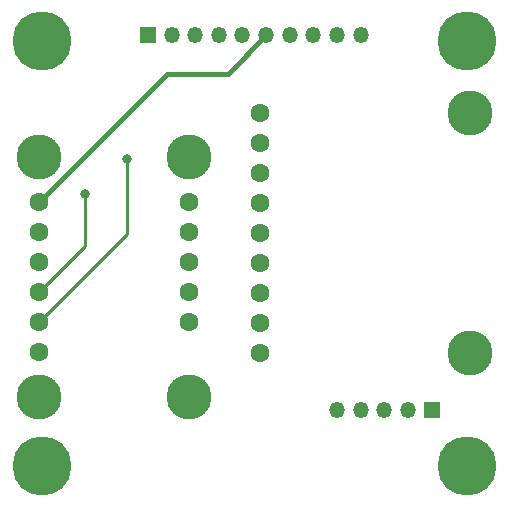
<source format=gbr>
%TF.GenerationSoftware,KiCad,Pcbnew,7.0.10*%
%TF.CreationDate,2024-03-21T17:39:44-04:00*%
%TF.ProjectId,obc-peripherals,6f62632d-7065-4726-9970-686572616c73,rev?*%
%TF.SameCoordinates,Original*%
%TF.FileFunction,Copper,L2,Bot*%
%TF.FilePolarity,Positive*%
%FSLAX46Y46*%
G04 Gerber Fmt 4.6, Leading zero omitted, Abs format (unit mm)*
G04 Created by KiCad (PCBNEW 7.0.10) date 2024-03-21 17:39:44*
%MOMM*%
%LPD*%
G01*
G04 APERTURE LIST*
%TA.AperFunction,ComponentPad*%
%ADD10C,5.000000*%
%TD*%
%TA.AperFunction,ComponentPad*%
%ADD11R,1.350000X1.350000*%
%TD*%
%TA.AperFunction,ComponentPad*%
%ADD12O,1.350000X1.350000*%
%TD*%
%TA.AperFunction,ComponentPad*%
%ADD13C,1.600000*%
%TD*%
%TA.AperFunction,ComponentPad*%
%ADD14C,3.810000*%
%TD*%
%TA.AperFunction,ViaPad*%
%ADD15C,0.800000*%
%TD*%
%TA.AperFunction,Conductor*%
%ADD16C,0.250000*%
%TD*%
%TA.AperFunction,Conductor*%
%ADD17C,0.400000*%
%TD*%
G04 APERTURE END LIST*
D10*
%TO.P,H4,1,1*%
%TO.N,unconnected-(H4-Pad1)*%
X136000000Y-89000000D03*
%TD*%
D11*
%TO.P,J2,1,RESET*%
%TO.N,unconnected-(J2-RESET-Pad1)*%
X109000000Y-52500000D03*
D12*
%TO.P,J2,2,SCL0*%
%TO.N,Net-(J2-SCL0)*%
X111000000Y-52500000D03*
%TO.P,J2,3,SDA1*%
%TO.N,Net-(J2-SDA1)*%
X113000000Y-52500000D03*
%TO.P,J2,4,GND*%
%TO.N,Net-(J2-GND)*%
X115000000Y-52500000D03*
%TO.P,J2,5,5V*%
%TO.N,unconnected-(J2-5V-Pad5)*%
X117000000Y-52500000D03*
%TO.P,J2,6,3V3*%
%TO.N,Net-(J2-3V3)*%
X119000000Y-52500000D03*
%TO.P,J2,7,A0_SCL1_RX1*%
%TO.N,unconnected-(J2-A0_SCL1_RX1-Pad7)*%
X121000000Y-52500000D03*
%TO.P,J2,8,A1_SDA1_TX1*%
%TO.N,unconnected-(J2-A1_SDA1_TX1-Pad8)*%
X123000000Y-52500000D03*
%TO.P,J2,9,A2_RX2*%
%TO.N,unconnected-(J2-A2_RX2-Pad9)*%
X125000000Y-52500000D03*
%TO.P,J2,10,A3_TX2*%
%TO.N,unconnected-(J2-A3_TX2-Pad10)*%
X127000000Y-52500000D03*
%TD*%
D11*
%TO.P,J6,1,CLK*%
%TO.N,Net-(J6-CLK)*%
X133020000Y-84250000D03*
D12*
%TO.P,J6,2,SO*%
%TO.N,Net-(J6-SO)*%
X131020000Y-84250000D03*
%TO.P,J6,3,SI*%
%TO.N,Net-(J6-SI)*%
X129020000Y-84250000D03*
%TO.P,J6,4,CS*%
%TO.N,Net-(J6-CS)*%
X127020000Y-84250000D03*
%TO.P,J6,5,DET*%
%TO.N,Net-(J6-DET)*%
X125020000Y-84250000D03*
%TD*%
D10*
%TO.P,H2,1,1*%
%TO.N,unconnected-(H2-Pad1)*%
X100000000Y-53000000D03*
%TD*%
%TO.P,H1,1,1*%
%TO.N,unconnected-(H1-Pad1)*%
X136000000Y-53000000D03*
%TD*%
%TO.P,H3,1,1*%
%TO.N,unconnected-(H3-Pad1)*%
X100040000Y-88950000D03*
%TD*%
D13*
%TO.P,U3,1,3V*%
%TO.N,Net-(J2-3V3)*%
X118520000Y-59050000D03*
%TO.P,U3,2,GND*%
%TO.N,Net-(J2-GND)*%
X118520000Y-61590000D03*
%TO.P,U3,3,CLK*%
%TO.N,Net-(J6-CLK)*%
X118520000Y-64130000D03*
%TO.P,U3,4,SO/DO*%
%TO.N,Net-(J6-SO)*%
X118520000Y-66670000D03*
%TO.P,U3,5,SI/CMD*%
%TO.N,Net-(J6-SI)*%
X118520000Y-69210000D03*
%TO.P,U3,6,CS/D3*%
%TO.N,Net-(J6-CS)*%
X118520000Y-71750000D03*
%TO.P,U3,7,D1*%
%TO.N,unconnected-(U3-D1-Pad7)*%
X118520000Y-74290000D03*
%TO.P,U3,8,DAT2*%
%TO.N,unconnected-(U3-DAT2-Pad8)*%
X118520000Y-76830000D03*
%TO.P,U3,9,DET*%
%TO.N,Net-(J6-DET)*%
X118520000Y-79370000D03*
D14*
%TO.P,U3,MT1*%
%TO.N,N/C*%
X136300000Y-59050000D03*
%TO.P,U3,MT2*%
X136300000Y-79370000D03*
%TD*%
D13*
%TO.P,U1,1,VIN*%
%TO.N,Net-(J2-3V3)*%
X99800000Y-66590000D03*
%TO.P,U1,2,3Vo*%
%TO.N,unconnected-(U1-3Vo-Pad2)*%
X99800000Y-69130000D03*
%TO.P,U1,3,GND*%
%TO.N,Net-(J2-GND)*%
X99800000Y-71670000D03*
%TO.P,U1,4,SCL*%
%TO.N,Net-(J2-SCL0)*%
X99800000Y-74210000D03*
%TO.P,U1,5,SDA*%
%TO.N,Net-(J2-SDA1)*%
X99800000Y-76750000D03*
%TO.P,U1,6,INT2*%
%TO.N,unconnected-(U1-INT2-Pad6)*%
X99800000Y-79290000D03*
%TO.P,U1,7,INT1*%
%TO.N,unconnected-(U1-INT1-Pad7)*%
X112500000Y-66590000D03*
%TO.P,U1,8,INTM*%
%TO.N,unconnected-(U1-INTM-Pad8)*%
X112500000Y-69130000D03*
%TO.P,U1,9,DRDY*%
%TO.N,unconnected-(U1-DRDY-Pad9)*%
X112500000Y-71670000D03*
%TO.P,U1,10,ADM*%
%TO.N,unconnected-(U1-ADM-Pad10)*%
X112500000Y-74210000D03*
%TO.P,U1,11,AGAD*%
%TO.N,unconnected-(U1-AGAD-Pad11)*%
X112500000Y-76750000D03*
D14*
%TO.P,U1,MH1*%
%TO.N,N/C*%
X112500000Y-62780000D03*
%TO.P,U1,MH2*%
X112500000Y-83100000D03*
%TO.P,U1,MH3*%
X99800000Y-83100000D03*
%TO.P,U1,MH4*%
X99800000Y-62780000D03*
%TD*%
D15*
%TO.N,Net-(J2-SCL0)*%
X103700000Y-65950000D03*
%TO.N,Net-(J2-SDA1)*%
X107200000Y-62950000D03*
%TD*%
D16*
%TO.N,Net-(J2-SCL0)*%
X103700000Y-70310000D02*
X99800000Y-74210000D01*
X103700000Y-65950000D02*
X103700000Y-70310000D01*
%TO.N,Net-(J2-SDA1)*%
X107200000Y-69350000D02*
X99800000Y-76750000D01*
X107200000Y-62950000D02*
X107200000Y-69350000D01*
D17*
%TO.N,Net-(J2-3V3)*%
X99800000Y-66590000D02*
X110640000Y-55750000D01*
X115750000Y-55750000D02*
X119000000Y-52500000D01*
X110640000Y-55750000D02*
X115750000Y-55750000D01*
%TD*%
M02*

</source>
